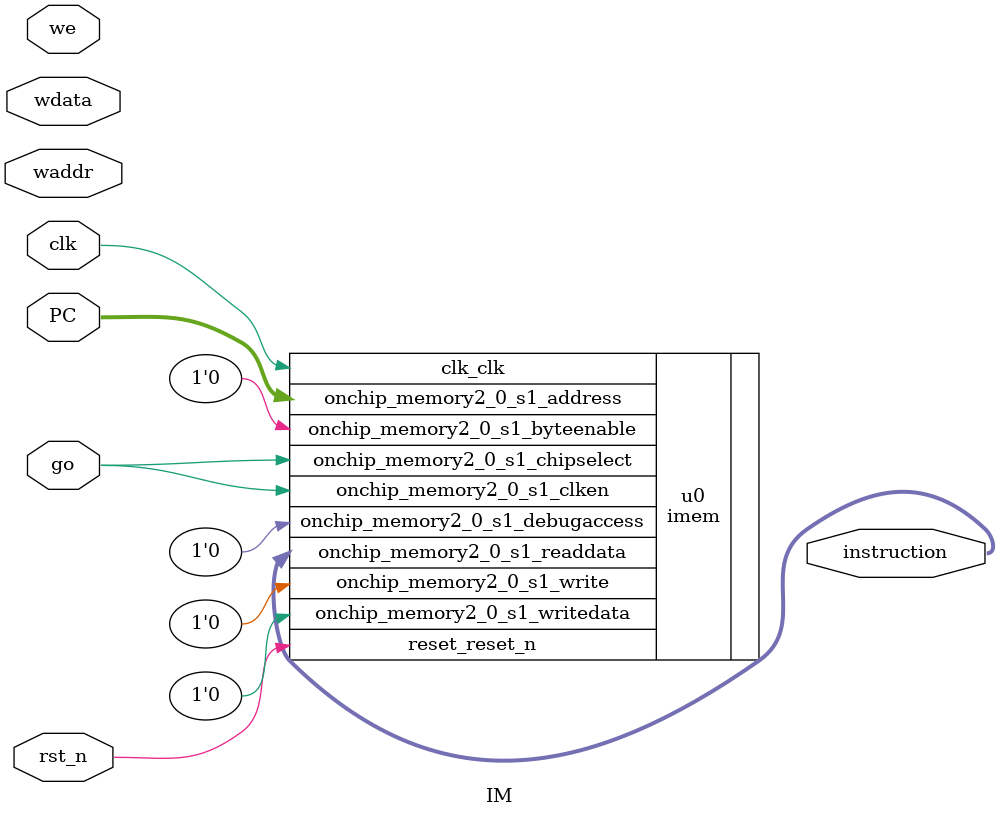
<source format=sv>
module IM 
	#(
		parameter I_WIDTH=32,
		parameter IMEM_SIZE=2**15, //size in bytes
		parameter ADD_WIDTH = $clog2(IMEM_SIZE >>2),
		parameter PC_WIDTH=32
	)
	(
		input  logic                clk,
		input  logic                 rst_n,
		input  logic [PC_WIDTH-1:0]  PC,
		input  logic                 go,
		input  logic                 we,
		input  logic [ADD_WIDTH-1:0] waddr,
		input  logic  [I_WIDTH-1:0]   wdata,
		output logic [I_WIDTH-1:0]   instruction
	);

	parameter WORDS = IMEM_SIZE >> 2;
		imem u0 (
		.clk_clk                         (clk),                         //                 clk.clk
		.reset_reset_n                   (rst_n),                   //               reset.reset_n
		.onchip_memory2_0_s1_address     (PC),     // onchip_memory2_0_s1.address
		.onchip_memory2_0_s1_debugaccess ('0), //                    .debugaccess
		.onchip_memory2_0_s1_clken       (go),       //                    .clken
		.onchip_memory2_0_s1_chipselect  (go),  //                    .chipselect
		.onchip_memory2_0_s1_write       ('0),       //                    .write
		.onchip_memory2_0_s1_readdata    (instruction),    //                    .readdata
		.onchip_memory2_0_s1_writedata   ('0),   //                    .writedata
		.onchip_memory2_0_s1_byteenable  ('0)   //                    .byteenable
	);


	//Memory generation
	// use a multi-dimensional packed array to model individual bytes within the word
	/*logic [I_WIDTH-1:0] ram[0:WORDS-1];

	always_ff@(posedge clk)
	begin
		if(we) begin
		// edit this code if using other than four bytes per word
			ram[waddr] <= wdata;
		end
	end	
	
   //insert memory here
	
	//Output Decode
	always @(posedge clk or negedge rst_n)
		begin
			if(~rst_n)
			begin
				instruction <= 'd0;
			end
			else begin
				instruction <= (go)? ram[PC] : instruction;
			end
		end
	*/
endmodule



</source>
